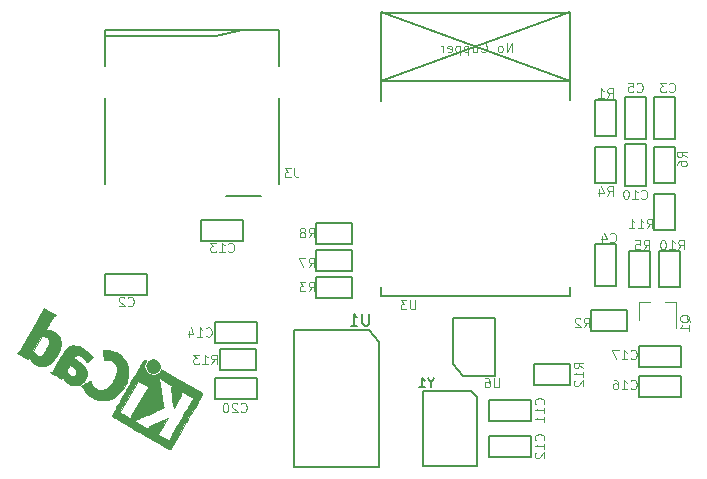
<source format=gbr>
G04 #@! TF.FileFunction,Legend,Bot*
%FSLAX46Y46*%
G04 Gerber Fmt 4.6, Leading zero omitted, Abs format (unit mm)*
G04 Created by KiCad (PCBNEW 4.0.6) date Sun Aug 12 18:17:32 2018*
%MOMM*%
%LPD*%
G01*
G04 APERTURE LIST*
%ADD10C,0.100000*%
%ADD11C,0.150000*%
%ADD12C,0.152400*%
%ADD13C,0.120000*%
%ADD14C,0.010000*%
G04 APERTURE END LIST*
D10*
D11*
X8650000Y34850000D02*
X8650000Y37900000D01*
X8650000Y24850000D02*
X8650000Y32150000D01*
X21800000Y23900000D02*
X18850000Y23900000D01*
X23350000Y32150000D02*
X23350000Y24850000D01*
X23350000Y37900000D02*
X23350000Y34850000D01*
X18000000Y37400000D02*
X20250000Y37900000D01*
X8650000Y37400000D02*
X18000000Y37400000D01*
X23350000Y37900000D02*
X8650000Y37900000D01*
D12*
X48016000Y39382000D02*
X32014000Y39382000D01*
X32014000Y39382000D02*
X32014000Y31889000D01*
X48016000Y39382000D02*
X48016000Y32016000D01*
X48016000Y16141000D02*
X48016000Y15379000D01*
X48016000Y15379000D02*
X32014000Y15379000D01*
X32014000Y15379000D02*
X32014000Y16141000D01*
X32008000Y39400000D02*
X48008000Y33600000D01*
X48008000Y39400000D02*
X32008000Y33600000D01*
X48008000Y33600000D02*
X32008000Y33600000D01*
D11*
X38914000Y8608000D02*
X41664000Y8608000D01*
X41664000Y8608000D02*
X41664000Y13508000D01*
X41664000Y13508000D02*
X38064000Y13508000D01*
X38064000Y13508000D02*
X38064000Y9608000D01*
X38064000Y9608000D02*
X38914000Y8608000D01*
X12178000Y17289000D02*
X12178000Y15511000D01*
X12178000Y15511000D02*
X8622000Y15511000D01*
X8622000Y15511000D02*
X8622000Y17289000D01*
X8622000Y17289000D02*
X12178000Y17289000D01*
X55111000Y32278000D02*
X56889000Y32278000D01*
X56889000Y32278000D02*
X56889000Y28722000D01*
X56889000Y28722000D02*
X55111000Y28722000D01*
X55111000Y28722000D02*
X55111000Y32278000D01*
X50111000Y19778000D02*
X51889000Y19778000D01*
X51889000Y19778000D02*
X51889000Y16222000D01*
X51889000Y16222000D02*
X50111000Y16222000D01*
X50111000Y16222000D02*
X50111000Y19778000D01*
X52611000Y32278000D02*
X54389000Y32278000D01*
X54389000Y32278000D02*
X54389000Y28722000D01*
X54389000Y28722000D02*
X52611000Y28722000D01*
X52611000Y28722000D02*
X52611000Y32278000D01*
X54389000Y24722000D02*
X52611000Y24722000D01*
X52611000Y24722000D02*
X52611000Y28278000D01*
X52611000Y28278000D02*
X54389000Y28278000D01*
X54389000Y28278000D02*
X54389000Y24722000D01*
X41134000Y4835000D02*
X41134000Y6613000D01*
X41134000Y6613000D02*
X44690000Y6613000D01*
X44690000Y6613000D02*
X44690000Y4835000D01*
X44690000Y4835000D02*
X41134000Y4835000D01*
X41134000Y1787000D02*
X41134000Y3565000D01*
X41134000Y3565000D02*
X44690000Y3565000D01*
X44690000Y3565000D02*
X44690000Y1787000D01*
X44690000Y1787000D02*
X41134000Y1787000D01*
X16750000Y20075000D02*
X16750000Y21853000D01*
X16750000Y21853000D02*
X20306000Y21853000D01*
X20306000Y21853000D02*
X20306000Y20075000D01*
X20306000Y20075000D02*
X16750000Y20075000D01*
X17922000Y11411000D02*
X17922000Y13189000D01*
X17922000Y13189000D02*
X21478000Y13189000D01*
X21478000Y13189000D02*
X21478000Y11411000D01*
X21478000Y11411000D02*
X17922000Y11411000D01*
X53834000Y6867000D02*
X53834000Y8645000D01*
X53834000Y8645000D02*
X57390000Y8645000D01*
X57390000Y8645000D02*
X57390000Y6867000D01*
X57390000Y6867000D02*
X53834000Y6867000D01*
X53834000Y9407000D02*
X53834000Y11185000D01*
X53834000Y11185000D02*
X57390000Y11185000D01*
X57390000Y11185000D02*
X57390000Y9407000D01*
X57390000Y9407000D02*
X53834000Y9407000D01*
X17922000Y6711000D02*
X17922000Y8489000D01*
X17922000Y8489000D02*
X21478000Y8489000D01*
X21478000Y8489000D02*
X21478000Y6711000D01*
X21478000Y6711000D02*
X17922000Y6711000D01*
D13*
X53820000Y14860000D02*
X54750000Y14860000D01*
X56980000Y14860000D02*
X56050000Y14860000D01*
X56980000Y14860000D02*
X56980000Y12700000D01*
X53820000Y14860000D02*
X53820000Y13400000D01*
D11*
X50111000Y28976000D02*
X50111000Y32024000D01*
X50111000Y32024000D02*
X51889000Y32024000D01*
X51889000Y32024000D02*
X51889000Y28976000D01*
X51889000Y28976000D02*
X50111000Y28976000D01*
X52818000Y12455000D02*
X49770000Y12455000D01*
X49770000Y12455000D02*
X49770000Y14233000D01*
X49770000Y14233000D02*
X52818000Y14233000D01*
X52818000Y14233000D02*
X52818000Y12455000D01*
X26476000Y17027000D02*
X29524000Y17027000D01*
X29524000Y17027000D02*
X29524000Y15249000D01*
X29524000Y15249000D02*
X26476000Y15249000D01*
X26476000Y15249000D02*
X26476000Y17027000D01*
X50111000Y24976000D02*
X50111000Y28024000D01*
X50111000Y28024000D02*
X51889000Y28024000D01*
X51889000Y28024000D02*
X51889000Y24976000D01*
X51889000Y24976000D02*
X50111000Y24976000D01*
X52945000Y16138000D02*
X52945000Y19186000D01*
X52945000Y19186000D02*
X54723000Y19186000D01*
X54723000Y19186000D02*
X54723000Y16138000D01*
X54723000Y16138000D02*
X52945000Y16138000D01*
X55111000Y24976000D02*
X55111000Y28024000D01*
X55111000Y28024000D02*
X56889000Y28024000D01*
X56889000Y28024000D02*
X56889000Y24976000D01*
X56889000Y24976000D02*
X55111000Y24976000D01*
X26476000Y19313000D02*
X29524000Y19313000D01*
X29524000Y19313000D02*
X29524000Y17535000D01*
X29524000Y17535000D02*
X26476000Y17535000D01*
X26476000Y17535000D02*
X26476000Y19313000D01*
X26476000Y21599000D02*
X29524000Y21599000D01*
X29524000Y21599000D02*
X29524000Y19821000D01*
X29524000Y19821000D02*
X26476000Y19821000D01*
X26476000Y19821000D02*
X26476000Y21599000D01*
X57263000Y19186000D02*
X57263000Y16138000D01*
X57263000Y16138000D02*
X55485000Y16138000D01*
X55485000Y16138000D02*
X55485000Y19186000D01*
X55485000Y19186000D02*
X57263000Y19186000D01*
X55111000Y20976000D02*
X55111000Y24024000D01*
X55111000Y24024000D02*
X56889000Y24024000D01*
X56889000Y24024000D02*
X56889000Y20976000D01*
X56889000Y20976000D02*
X55111000Y20976000D01*
X44944000Y9661000D02*
X47992000Y9661000D01*
X47992000Y9661000D02*
X47992000Y7883000D01*
X47992000Y7883000D02*
X44944000Y7883000D01*
X44944000Y7883000D02*
X44944000Y9661000D01*
X18376000Y10889000D02*
X21424000Y10889000D01*
X21424000Y10889000D02*
X21424000Y9111000D01*
X21424000Y9111000D02*
X18376000Y9111000D01*
X18376000Y9111000D02*
X18376000Y10889000D01*
X30930000Y12540000D02*
X24580000Y12540000D01*
X24580000Y12540000D02*
X24580000Y940000D01*
X24580000Y940000D02*
X31780000Y940000D01*
X31780000Y940000D02*
X31780000Y11540000D01*
X31780000Y11540000D02*
X30930000Y12540000D01*
X40118000Y6867000D02*
X40118000Y6486000D01*
X39610000Y7375000D02*
X39356000Y7375000D01*
X40118000Y6867000D02*
X39610000Y7375000D01*
X35546000Y7375000D02*
X39356000Y7375000D01*
X40118000Y6486000D02*
X40118000Y5343000D01*
X40118000Y5343000D02*
X40118000Y1025000D01*
X40118000Y1025000D02*
X35546000Y1025000D01*
X35546000Y1025000D02*
X35546000Y7375000D01*
D14*
G36*
X15420980Y8009978D02*
X15191879Y8142208D01*
X15085241Y8203770D01*
X13378392Y9189219D01*
X13320302Y9088605D01*
X13238873Y8972365D01*
X13141265Y8878154D01*
X13026801Y8805470D01*
X12894803Y8753808D01*
X12853922Y8742875D01*
X12718240Y8723249D01*
X12584471Y8729036D01*
X12455653Y8758447D01*
X12334827Y8809696D01*
X12225034Y8880992D01*
X12129312Y8970551D01*
X12050703Y9076583D01*
X11992248Y9197301D01*
X11971802Y9261576D01*
X11947066Y9404503D01*
X11949340Y9544661D01*
X11978433Y9680539D01*
X12034160Y9810626D01*
X12040880Y9822710D01*
X12100184Y9927189D01*
X12054458Y9953591D01*
X12010716Y9971505D01*
X11965928Y9979504D01*
X11962680Y9979534D01*
X11951803Y9980023D01*
X11942166Y9981079D01*
X11933170Y9981730D01*
X11924219Y9981010D01*
X11914717Y9977949D01*
X11904068Y9971577D01*
X11891675Y9960925D01*
X11876940Y9945026D01*
X11859268Y9922908D01*
X11838063Y9893605D01*
X11812728Y9856146D01*
X11782666Y9809563D01*
X11747280Y9752885D01*
X11705976Y9685146D01*
X11658155Y9605375D01*
X11603221Y9512603D01*
X11540578Y9405862D01*
X11469629Y9284183D01*
X11389778Y9146596D01*
X11300430Y8992131D01*
X11200985Y8819821D01*
X11090849Y8628696D01*
X10969424Y8417788D01*
X10836115Y8186127D01*
X10690325Y7932744D01*
X10531457Y7656671D01*
X10512099Y7623037D01*
X10352175Y7345228D01*
X10205359Y7090245D01*
X10071114Y6857086D01*
X9948903Y6644748D01*
X9838188Y6452227D01*
X9738435Y6278521D01*
X9649106Y6122628D01*
X9569663Y5983545D01*
X9499570Y5860268D01*
X9438290Y5751794D01*
X9385286Y5657121D01*
X9340022Y5575247D01*
X9301960Y5505167D01*
X9270564Y5445879D01*
X9245297Y5396380D01*
X9225623Y5355668D01*
X9211003Y5322739D01*
X9200901Y5296591D01*
X9194780Y5276220D01*
X9192104Y5260624D01*
X9192337Y5248801D01*
X9194940Y5239746D01*
X9199378Y5232458D01*
X9205113Y5225934D01*
X9211607Y5219169D01*
X9218326Y5211162D01*
X9219860Y5209020D01*
X9225167Y5203131D01*
X9234974Y5194876D01*
X9250230Y5183694D01*
X9271886Y5169027D01*
X9300893Y5150318D01*
X9338200Y5127010D01*
X9384758Y5098543D01*
X9441517Y5064361D01*
X9509428Y5023904D01*
X9589441Y4976616D01*
X9682507Y4921938D01*
X9789576Y4859313D01*
X9911598Y4788181D01*
X10049524Y4707987D01*
X10204303Y4618170D01*
X10376888Y4518175D01*
X10568228Y4407442D01*
X10779272Y4285414D01*
X11010972Y4151532D01*
X11264279Y4005240D01*
X11540142Y3845978D01*
X11629506Y3794395D01*
X11911511Y3631639D01*
X12170719Y3482084D01*
X12408098Y3345181D01*
X12624620Y3220377D01*
X12821253Y3107125D01*
X12998970Y3004873D01*
X13158739Y2913072D01*
X13301531Y2831171D01*
X13428317Y2758620D01*
X13540065Y2694870D01*
X13637747Y2639371D01*
X13722332Y2591571D01*
X13794791Y2550922D01*
X13856094Y2516873D01*
X13907210Y2488873D01*
X13949111Y2466374D01*
X13982766Y2448825D01*
X14009146Y2435676D01*
X14029221Y2426376D01*
X14043961Y2420376D01*
X14054336Y2417126D01*
X14060431Y2416115D01*
X14071501Y2414729D01*
X14081273Y2412779D01*
X14090346Y2411229D01*
X14099320Y2411044D01*
X14108791Y2413190D01*
X14119359Y2418632D01*
X14131622Y2428336D01*
X14146180Y2443266D01*
X14163630Y2464389D01*
X14184571Y2492670D01*
X14209602Y2529073D01*
X14239321Y2574566D01*
X14274327Y2630111D01*
X14315219Y2696676D01*
X14362596Y2775225D01*
X14417055Y2866724D01*
X14437809Y2901931D01*
X14120470Y3085147D01*
X12998837Y3732722D01*
X13039298Y3752959D01*
X13080168Y3774165D01*
X13116823Y3795666D01*
X13150814Y3819551D01*
X13183694Y3847911D01*
X13217013Y3882835D01*
X13252324Y3926415D01*
X13291175Y3980738D01*
X13335121Y4047895D01*
X13385713Y4129977D01*
X13444500Y4229073D01*
X13513036Y4347273D01*
X13592871Y4486668D01*
X13622416Y4538474D01*
X13938997Y5093943D01*
X13312529Y4818923D01*
X13134944Y4740826D01*
X12980746Y4672568D01*
X12848100Y4613125D01*
X12735177Y4561472D01*
X12640144Y4516582D01*
X12561168Y4477427D01*
X12496418Y4442984D01*
X12444063Y4412225D01*
X12402271Y4384124D01*
X12369209Y4357656D01*
X12343046Y4331793D01*
X12321949Y4305510D01*
X12304086Y4277781D01*
X12287628Y4247581D01*
X12285654Y4243730D01*
X12246510Y4167011D01*
X11017335Y4876743D01*
X11161989Y4916145D01*
X11201357Y4927037D01*
X11239058Y4937983D01*
X11276907Y4949741D01*
X11316719Y4963069D01*
X11360308Y4978723D01*
X11409486Y4997459D01*
X11466069Y5020035D01*
X11531870Y5047207D01*
X11608704Y5079732D01*
X11698386Y5118366D01*
X11802728Y5163868D01*
X11923545Y5216991D01*
X12062653Y5278494D01*
X12221863Y5349135D01*
X12402991Y5429669D01*
X12551504Y5495767D01*
X12737976Y5578866D01*
X12900811Y5651643D01*
X13041514Y5714812D01*
X13161594Y5769086D01*
X13262554Y5815179D01*
X13345904Y5853804D01*
X13413148Y5885677D01*
X13465793Y5911509D01*
X13505348Y5932015D01*
X13533317Y5947909D01*
X13551206Y5959904D01*
X13560525Y5968714D01*
X13562801Y5974861D01*
X13559839Y5996425D01*
X13553044Y6042371D01*
X13542844Y6109957D01*
X13529664Y6196438D01*
X13513931Y6299070D01*
X13496072Y6415109D01*
X13476513Y6541812D01*
X13455679Y6676432D01*
X13433998Y6816229D01*
X13411896Y6958456D01*
X13399721Y7036652D01*
X12332283Y7652937D01*
X12241582Y7598292D01*
X12150880Y7543646D01*
X10805366Y5213148D01*
X10803392Y5107275D01*
X10801418Y5001402D01*
X10276627Y5304391D01*
X10151367Y5376758D01*
X10047981Y5436668D01*
X9964537Y5485344D01*
X9899105Y5524012D01*
X9849752Y5553899D01*
X9814545Y5576231D01*
X9791553Y5592232D01*
X9778844Y5603128D01*
X9774487Y5610146D01*
X9776548Y5614511D01*
X9783097Y5617448D01*
X9783159Y5617468D01*
X9810672Y5630499D01*
X9850883Y5654300D01*
X9888739Y5679379D01*
X9962995Y5731199D01*
X11394237Y8194518D01*
X12332283Y7652937D01*
X13399721Y7036652D01*
X13389799Y7100369D01*
X13368133Y7239225D01*
X13347326Y7372281D01*
X13327803Y7496791D01*
X13309990Y7610010D01*
X13294315Y7709198D01*
X13281203Y7791607D01*
X13271081Y7854496D01*
X13265030Y7891248D01*
X13239461Y8030382D01*
X13211651Y8158673D01*
X13182686Y8271818D01*
X13153652Y8365516D01*
X13129830Y8426438D01*
X13099244Y8494285D01*
X14302492Y7799589D01*
X14261389Y7729177D01*
X14234781Y7675325D01*
X14219639Y7619900D01*
X14212871Y7562981D01*
X14210712Y7529863D01*
X14209646Y7496428D01*
X14209945Y7460261D01*
X14211875Y7418943D01*
X14215711Y7370059D01*
X14221722Y7311190D01*
X14230179Y7239922D01*
X14241353Y7153836D01*
X14255515Y7050517D01*
X14272934Y6927548D01*
X14293883Y6782512D01*
X14318631Y6612991D01*
X14321433Y6593857D01*
X14419311Y5925872D01*
X14716066Y6431761D01*
X14804609Y6583488D01*
X14878818Y6712370D01*
X14938932Y6818833D01*
X14985187Y6903309D01*
X15017823Y6966227D01*
X15037077Y7008012D01*
X15040194Y7016246D01*
X15066699Y7106649D01*
X15082720Y7192694D01*
X15087093Y7266789D01*
X15083859Y7301153D01*
X15074488Y7353877D01*
X15641035Y7026781D01*
X15776115Y6948638D01*
X15888913Y6883013D01*
X15981049Y6828911D01*
X16054143Y6785339D01*
X16109820Y6751299D01*
X16149699Y6725799D01*
X16175401Y6707845D01*
X16188549Y6696440D01*
X16190763Y6690590D01*
X16190034Y6689998D01*
X16167558Y6678804D01*
X16130916Y6661645D01*
X16112152Y6653101D01*
X16093053Y6644790D01*
X16075925Y6637387D01*
X16059969Y6629650D01*
X16044389Y6620337D01*
X16028386Y6608208D01*
X16011163Y6592020D01*
X15991923Y6570534D01*
X15969867Y6542507D01*
X15944199Y6506698D01*
X15914121Y6461867D01*
X15878834Y6406771D01*
X15837543Y6340170D01*
X15789448Y6260823D01*
X15733753Y6167487D01*
X15669660Y6058922D01*
X15596370Y5933886D01*
X15513088Y5791139D01*
X15419015Y5629439D01*
X15313353Y5447545D01*
X15195306Y5244214D01*
X15086850Y5057424D01*
X14966020Y4849140D01*
X14850926Y4650310D01*
X14742293Y4462207D01*
X14640850Y4286106D01*
X14547326Y4123279D01*
X14462449Y3975003D01*
X14386946Y3842552D01*
X14321543Y3727199D01*
X14266970Y3630220D01*
X14223954Y3552887D01*
X14193223Y3496476D01*
X14175504Y3462262D01*
X14173759Y3458572D01*
X14137620Y3371686D01*
X14116569Y3297304D01*
X14108874Y3226225D01*
X14112800Y3149250D01*
X14113808Y3140517D01*
X14120470Y3085147D01*
X14437809Y2901931D01*
X14479196Y2972138D01*
X14549617Y3092432D01*
X14628916Y3228573D01*
X14717693Y3381525D01*
X14816546Y3552252D01*
X14926072Y3741724D01*
X15046873Y3950901D01*
X15179544Y4180751D01*
X15324687Y4432239D01*
X15482899Y4706330D01*
X15514311Y4760740D01*
X15674201Y5037711D01*
X15820887Y5291899D01*
X15954927Y5524284D01*
X16076877Y5735845D01*
X16187293Y5927563D01*
X16286731Y6100420D01*
X16375745Y6255395D01*
X16454893Y6393468D01*
X16524730Y6515620D01*
X16585812Y6622833D01*
X16638696Y6716084D01*
X16683937Y6796356D01*
X16722091Y6864629D01*
X16753715Y6921882D01*
X16779363Y6969096D01*
X16799591Y7007253D01*
X16814957Y7037331D01*
X16826016Y7060313D01*
X16833323Y7077177D01*
X16837436Y7088905D01*
X16838908Y7096476D01*
X16838919Y7096680D01*
X16840011Y7108914D01*
X16841325Y7119803D01*
X16841742Y7130053D01*
X16840142Y7140368D01*
X16835409Y7151457D01*
X16826424Y7164022D01*
X16812069Y7178774D01*
X16791225Y7196415D01*
X16762774Y7217653D01*
X16725598Y7243192D01*
X16678578Y7273740D01*
X16620597Y7310003D01*
X16550536Y7352684D01*
X16467277Y7402493D01*
X16369701Y7460133D01*
X16256691Y7526311D01*
X16127127Y7601733D01*
X15979894Y7687104D01*
X15813869Y7783132D01*
X15627938Y7890521D01*
X15420980Y8009978D01*
X15420980Y8009978D01*
G37*
X15420980Y8009978D02*
X15191879Y8142208D01*
X15085241Y8203770D01*
X13378392Y9189219D01*
X13320302Y9088605D01*
X13238873Y8972365D01*
X13141265Y8878154D01*
X13026801Y8805470D01*
X12894803Y8753808D01*
X12853922Y8742875D01*
X12718240Y8723249D01*
X12584471Y8729036D01*
X12455653Y8758447D01*
X12334827Y8809696D01*
X12225034Y8880992D01*
X12129312Y8970551D01*
X12050703Y9076583D01*
X11992248Y9197301D01*
X11971802Y9261576D01*
X11947066Y9404503D01*
X11949340Y9544661D01*
X11978433Y9680539D01*
X12034160Y9810626D01*
X12040880Y9822710D01*
X12100184Y9927189D01*
X12054458Y9953591D01*
X12010716Y9971505D01*
X11965928Y9979504D01*
X11962680Y9979534D01*
X11951803Y9980023D01*
X11942166Y9981079D01*
X11933170Y9981730D01*
X11924219Y9981010D01*
X11914717Y9977949D01*
X11904068Y9971577D01*
X11891675Y9960925D01*
X11876940Y9945026D01*
X11859268Y9922908D01*
X11838063Y9893605D01*
X11812728Y9856146D01*
X11782666Y9809563D01*
X11747280Y9752885D01*
X11705976Y9685146D01*
X11658155Y9605375D01*
X11603221Y9512603D01*
X11540578Y9405862D01*
X11469629Y9284183D01*
X11389778Y9146596D01*
X11300430Y8992131D01*
X11200985Y8819821D01*
X11090849Y8628696D01*
X10969424Y8417788D01*
X10836115Y8186127D01*
X10690325Y7932744D01*
X10531457Y7656671D01*
X10512099Y7623037D01*
X10352175Y7345228D01*
X10205359Y7090245D01*
X10071114Y6857086D01*
X9948903Y6644748D01*
X9838188Y6452227D01*
X9738435Y6278521D01*
X9649106Y6122628D01*
X9569663Y5983545D01*
X9499570Y5860268D01*
X9438290Y5751794D01*
X9385286Y5657121D01*
X9340022Y5575247D01*
X9301960Y5505167D01*
X9270564Y5445879D01*
X9245297Y5396380D01*
X9225623Y5355668D01*
X9211003Y5322739D01*
X9200901Y5296591D01*
X9194780Y5276220D01*
X9192104Y5260624D01*
X9192337Y5248801D01*
X9194940Y5239746D01*
X9199378Y5232458D01*
X9205113Y5225934D01*
X9211607Y5219169D01*
X9218326Y5211162D01*
X9219860Y5209020D01*
X9225167Y5203131D01*
X9234974Y5194876D01*
X9250230Y5183694D01*
X9271886Y5169027D01*
X9300893Y5150318D01*
X9338200Y5127010D01*
X9384758Y5098543D01*
X9441517Y5064361D01*
X9509428Y5023904D01*
X9589441Y4976616D01*
X9682507Y4921938D01*
X9789576Y4859313D01*
X9911598Y4788181D01*
X10049524Y4707987D01*
X10204303Y4618170D01*
X10376888Y4518175D01*
X10568228Y4407442D01*
X10779272Y4285414D01*
X11010972Y4151532D01*
X11264279Y4005240D01*
X11540142Y3845978D01*
X11629506Y3794395D01*
X11911511Y3631639D01*
X12170719Y3482084D01*
X12408098Y3345181D01*
X12624620Y3220377D01*
X12821253Y3107125D01*
X12998970Y3004873D01*
X13158739Y2913072D01*
X13301531Y2831171D01*
X13428317Y2758620D01*
X13540065Y2694870D01*
X13637747Y2639371D01*
X13722332Y2591571D01*
X13794791Y2550922D01*
X13856094Y2516873D01*
X13907210Y2488873D01*
X13949111Y2466374D01*
X13982766Y2448825D01*
X14009146Y2435676D01*
X14029221Y2426376D01*
X14043961Y2420376D01*
X14054336Y2417126D01*
X14060431Y2416115D01*
X14071501Y2414729D01*
X14081273Y2412779D01*
X14090346Y2411229D01*
X14099320Y2411044D01*
X14108791Y2413190D01*
X14119359Y2418632D01*
X14131622Y2428336D01*
X14146180Y2443266D01*
X14163630Y2464389D01*
X14184571Y2492670D01*
X14209602Y2529073D01*
X14239321Y2574566D01*
X14274327Y2630111D01*
X14315219Y2696676D01*
X14362596Y2775225D01*
X14417055Y2866724D01*
X14437809Y2901931D01*
X14120470Y3085147D01*
X12998837Y3732722D01*
X13039298Y3752959D01*
X13080168Y3774165D01*
X13116823Y3795666D01*
X13150814Y3819551D01*
X13183694Y3847911D01*
X13217013Y3882835D01*
X13252324Y3926415D01*
X13291175Y3980738D01*
X13335121Y4047895D01*
X13385713Y4129977D01*
X13444500Y4229073D01*
X13513036Y4347273D01*
X13592871Y4486668D01*
X13622416Y4538474D01*
X13938997Y5093943D01*
X13312529Y4818923D01*
X13134944Y4740826D01*
X12980746Y4672568D01*
X12848100Y4613125D01*
X12735177Y4561472D01*
X12640144Y4516582D01*
X12561168Y4477427D01*
X12496418Y4442984D01*
X12444063Y4412225D01*
X12402271Y4384124D01*
X12369209Y4357656D01*
X12343046Y4331793D01*
X12321949Y4305510D01*
X12304086Y4277781D01*
X12287628Y4247581D01*
X12285654Y4243730D01*
X12246510Y4167011D01*
X11017335Y4876743D01*
X11161989Y4916145D01*
X11201357Y4927037D01*
X11239058Y4937983D01*
X11276907Y4949741D01*
X11316719Y4963069D01*
X11360308Y4978723D01*
X11409486Y4997459D01*
X11466069Y5020035D01*
X11531870Y5047207D01*
X11608704Y5079732D01*
X11698386Y5118366D01*
X11802728Y5163868D01*
X11923545Y5216991D01*
X12062653Y5278494D01*
X12221863Y5349135D01*
X12402991Y5429669D01*
X12551504Y5495767D01*
X12737976Y5578866D01*
X12900811Y5651643D01*
X13041514Y5714812D01*
X13161594Y5769086D01*
X13262554Y5815179D01*
X13345904Y5853804D01*
X13413148Y5885677D01*
X13465793Y5911509D01*
X13505348Y5932015D01*
X13533317Y5947909D01*
X13551206Y5959904D01*
X13560525Y5968714D01*
X13562801Y5974861D01*
X13559839Y5996425D01*
X13553044Y6042371D01*
X13542844Y6109957D01*
X13529664Y6196438D01*
X13513931Y6299070D01*
X13496072Y6415109D01*
X13476513Y6541812D01*
X13455679Y6676432D01*
X13433998Y6816229D01*
X13411896Y6958456D01*
X13399721Y7036652D01*
X12332283Y7652937D01*
X12241582Y7598292D01*
X12150880Y7543646D01*
X10805366Y5213148D01*
X10803392Y5107275D01*
X10801418Y5001402D01*
X10276627Y5304391D01*
X10151367Y5376758D01*
X10047981Y5436668D01*
X9964537Y5485344D01*
X9899105Y5524012D01*
X9849752Y5553899D01*
X9814545Y5576231D01*
X9791553Y5592232D01*
X9778844Y5603128D01*
X9774487Y5610146D01*
X9776548Y5614511D01*
X9783097Y5617448D01*
X9783159Y5617468D01*
X9810672Y5630499D01*
X9850883Y5654300D01*
X9888739Y5679379D01*
X9962995Y5731199D01*
X11394237Y8194518D01*
X12332283Y7652937D01*
X13399721Y7036652D01*
X13389799Y7100369D01*
X13368133Y7239225D01*
X13347326Y7372281D01*
X13327803Y7496791D01*
X13309990Y7610010D01*
X13294315Y7709198D01*
X13281203Y7791607D01*
X13271081Y7854496D01*
X13265030Y7891248D01*
X13239461Y8030382D01*
X13211651Y8158673D01*
X13182686Y8271818D01*
X13153652Y8365516D01*
X13129830Y8426438D01*
X13099244Y8494285D01*
X14302492Y7799589D01*
X14261389Y7729177D01*
X14234781Y7675325D01*
X14219639Y7619900D01*
X14212871Y7562981D01*
X14210712Y7529863D01*
X14209646Y7496428D01*
X14209945Y7460261D01*
X14211875Y7418943D01*
X14215711Y7370059D01*
X14221722Y7311190D01*
X14230179Y7239922D01*
X14241353Y7153836D01*
X14255515Y7050517D01*
X14272934Y6927548D01*
X14293883Y6782512D01*
X14318631Y6612991D01*
X14321433Y6593857D01*
X14419311Y5925872D01*
X14716066Y6431761D01*
X14804609Y6583488D01*
X14878818Y6712370D01*
X14938932Y6818833D01*
X14985187Y6903309D01*
X15017823Y6966227D01*
X15037077Y7008012D01*
X15040194Y7016246D01*
X15066699Y7106649D01*
X15082720Y7192694D01*
X15087093Y7266789D01*
X15083859Y7301153D01*
X15074488Y7353877D01*
X15641035Y7026781D01*
X15776115Y6948638D01*
X15888913Y6883013D01*
X15981049Y6828911D01*
X16054143Y6785339D01*
X16109820Y6751299D01*
X16149699Y6725799D01*
X16175401Y6707845D01*
X16188549Y6696440D01*
X16190763Y6690590D01*
X16190034Y6689998D01*
X16167558Y6678804D01*
X16130916Y6661645D01*
X16112152Y6653101D01*
X16093053Y6644790D01*
X16075925Y6637387D01*
X16059969Y6629650D01*
X16044389Y6620337D01*
X16028386Y6608208D01*
X16011163Y6592020D01*
X15991923Y6570534D01*
X15969867Y6542507D01*
X15944199Y6506698D01*
X15914121Y6461867D01*
X15878834Y6406771D01*
X15837543Y6340170D01*
X15789448Y6260823D01*
X15733753Y6167487D01*
X15669660Y6058922D01*
X15596370Y5933886D01*
X15513088Y5791139D01*
X15419015Y5629439D01*
X15313353Y5447545D01*
X15195306Y5244214D01*
X15086850Y5057424D01*
X14966020Y4849140D01*
X14850926Y4650310D01*
X14742293Y4462207D01*
X14640850Y4286106D01*
X14547326Y4123279D01*
X14462449Y3975003D01*
X14386946Y3842552D01*
X14321543Y3727199D01*
X14266970Y3630220D01*
X14223954Y3552887D01*
X14193223Y3496476D01*
X14175504Y3462262D01*
X14173759Y3458572D01*
X14137620Y3371686D01*
X14116569Y3297304D01*
X14108874Y3226225D01*
X14112800Y3149250D01*
X14113808Y3140517D01*
X14120470Y3085147D01*
X14437809Y2901931D01*
X14479196Y2972138D01*
X14549617Y3092432D01*
X14628916Y3228573D01*
X14717693Y3381525D01*
X14816546Y3552252D01*
X14926072Y3741724D01*
X15046873Y3950901D01*
X15179544Y4180751D01*
X15324687Y4432239D01*
X15482899Y4706330D01*
X15514311Y4760740D01*
X15674201Y5037711D01*
X15820887Y5291899D01*
X15954927Y5524284D01*
X16076877Y5735845D01*
X16187293Y5927563D01*
X16286731Y6100420D01*
X16375745Y6255395D01*
X16454893Y6393468D01*
X16524730Y6515620D01*
X16585812Y6622833D01*
X16638696Y6716084D01*
X16683937Y6796356D01*
X16722091Y6864629D01*
X16753715Y6921882D01*
X16779363Y6969096D01*
X16799591Y7007253D01*
X16814957Y7037331D01*
X16826016Y7060313D01*
X16833323Y7077177D01*
X16837436Y7088905D01*
X16838908Y7096476D01*
X16838919Y7096680D01*
X16840011Y7108914D01*
X16841325Y7119803D01*
X16841742Y7130053D01*
X16840142Y7140368D01*
X16835409Y7151457D01*
X16826424Y7164022D01*
X16812069Y7178774D01*
X16791225Y7196415D01*
X16762774Y7217653D01*
X16725598Y7243192D01*
X16678578Y7273740D01*
X16620597Y7310003D01*
X16550536Y7352684D01*
X16467277Y7402493D01*
X16369701Y7460133D01*
X16256691Y7526311D01*
X16127127Y7601733D01*
X15979894Y7687104D01*
X15813869Y7783132D01*
X15627938Y7890521D01*
X15420980Y8009978D01*
G36*
X9538732Y10613036D02*
X9402411Y10673025D01*
X9263685Y10719620D01*
X9116744Y10754427D01*
X8955778Y10779053D01*
X8774977Y10795105D01*
X8741897Y10797094D01*
X8666227Y10802084D01*
X8595576Y10808029D01*
X8536867Y10814260D01*
X8497027Y10820105D01*
X8491113Y10821359D01*
X8435144Y10834612D01*
X8469337Y10400566D01*
X8477711Y10294473D01*
X8485395Y10197523D01*
X8492127Y10113010D01*
X8497642Y10044227D01*
X8501677Y9994467D01*
X8503968Y9967021D01*
X8504386Y9962644D01*
X8517108Y9963948D01*
X8550461Y9970695D01*
X8598450Y9981621D01*
X8625158Y9988038D01*
X8767791Y10009348D01*
X8911676Y10005047D01*
X9024956Y9982791D01*
X9087608Y9960169D01*
X9162283Y9925314D01*
X9240552Y9882936D01*
X9313986Y9837751D01*
X9374159Y9794472D01*
X9396813Y9774852D01*
X9488868Y9669009D01*
X9557540Y9548900D01*
X9602820Y9414682D01*
X9624692Y9266505D01*
X9623144Y9104527D01*
X9598164Y8928902D01*
X9549737Y8739784D01*
X9496352Y8584772D01*
X9467894Y8519165D01*
X9426817Y8436899D01*
X9376466Y8343661D01*
X9320184Y8245137D01*
X9261314Y8147010D01*
X9203204Y8054965D01*
X9149196Y7974688D01*
X9102634Y7911865D01*
X9094969Y7902449D01*
X8961608Y7756502D01*
X8825995Y7637481D01*
X8687444Y7544903D01*
X8545266Y7478279D01*
X8455237Y7449858D01*
X8308742Y7425278D01*
X8164884Y7427421D01*
X8025689Y7455557D01*
X7893183Y7508958D01*
X7769393Y7586893D01*
X7656346Y7688632D01*
X7595626Y7759376D01*
X7521160Y7873831D01*
X7456904Y8013440D01*
X7426064Y8100568D01*
X7409265Y8150389D01*
X7395164Y8187967D01*
X7386024Y8207428D01*
X7384315Y8208848D01*
X7371218Y8201916D01*
X7336960Y8183394D01*
X7284469Y8154877D01*
X7216672Y8117957D01*
X7136495Y8074229D01*
X7046868Y8025284D01*
X6996960Y7998006D01*
X6615698Y7789563D01*
X6790310Y7527758D01*
X6853609Y7433385D01*
X6905425Y7357868D01*
X6949153Y7296985D01*
X6988186Y7246511D01*
X7025920Y7202220D01*
X7065745Y7159892D01*
X7111056Y7115300D01*
X7155129Y7073669D01*
X7195107Y7038063D01*
X7238490Y7003551D01*
X7289802Y6966995D01*
X7353572Y6925256D01*
X7434322Y6875198D01*
X7489107Y6842083D01*
X7567755Y6795662D01*
X7643810Y6752263D01*
X7712190Y6714672D01*
X7767815Y6685678D01*
X7805603Y6668069D01*
X7807915Y6667153D01*
X8018000Y6599733D01*
X8228758Y6559756D01*
X8440103Y6547219D01*
X8651949Y6562117D01*
X8864214Y6604444D01*
X9076811Y6674197D01*
X9244493Y6748467D01*
X9441106Y6858885D01*
X9624057Y6989744D01*
X9794558Y7142240D01*
X9953817Y7317572D01*
X10103047Y7516935D01*
X10236653Y7729725D01*
X10351465Y7943902D01*
X10442674Y8150011D01*
X10511507Y8351710D01*
X10559192Y8552653D01*
X10586957Y8756497D01*
X10588767Y8778232D01*
X10592252Y8989157D01*
X10571027Y9204042D01*
X10526362Y9417960D01*
X10459530Y9625982D01*
X10371800Y9823179D01*
X10277473Y9985137D01*
X10171617Y10130446D01*
X10055410Y10258526D01*
X9924052Y10373809D01*
X9772738Y10480728D01*
X9678459Y10538044D01*
X9538732Y10613036D01*
X9538732Y10613036D01*
G37*
X9538732Y10613036D02*
X9402411Y10673025D01*
X9263685Y10719620D01*
X9116744Y10754427D01*
X8955778Y10779053D01*
X8774977Y10795105D01*
X8741897Y10797094D01*
X8666227Y10802084D01*
X8595576Y10808029D01*
X8536867Y10814260D01*
X8497027Y10820105D01*
X8491113Y10821359D01*
X8435144Y10834612D01*
X8469337Y10400566D01*
X8477711Y10294473D01*
X8485395Y10197523D01*
X8492127Y10113010D01*
X8497642Y10044227D01*
X8501677Y9994467D01*
X8503968Y9967021D01*
X8504386Y9962644D01*
X8517108Y9963948D01*
X8550461Y9970695D01*
X8598450Y9981621D01*
X8625158Y9988038D01*
X8767791Y10009348D01*
X8911676Y10005047D01*
X9024956Y9982791D01*
X9087608Y9960169D01*
X9162283Y9925314D01*
X9240552Y9882936D01*
X9313986Y9837751D01*
X9374159Y9794472D01*
X9396813Y9774852D01*
X9488868Y9669009D01*
X9557540Y9548900D01*
X9602820Y9414682D01*
X9624692Y9266505D01*
X9623144Y9104527D01*
X9598164Y8928902D01*
X9549737Y8739784D01*
X9496352Y8584772D01*
X9467894Y8519165D01*
X9426817Y8436899D01*
X9376466Y8343661D01*
X9320184Y8245137D01*
X9261314Y8147010D01*
X9203204Y8054965D01*
X9149196Y7974688D01*
X9102634Y7911865D01*
X9094969Y7902449D01*
X8961608Y7756502D01*
X8825995Y7637481D01*
X8687444Y7544903D01*
X8545266Y7478279D01*
X8455237Y7449858D01*
X8308742Y7425278D01*
X8164884Y7427421D01*
X8025689Y7455557D01*
X7893183Y7508958D01*
X7769393Y7586893D01*
X7656346Y7688632D01*
X7595626Y7759376D01*
X7521160Y7873831D01*
X7456904Y8013440D01*
X7426064Y8100568D01*
X7409265Y8150389D01*
X7395164Y8187967D01*
X7386024Y8207428D01*
X7384315Y8208848D01*
X7371218Y8201916D01*
X7336960Y8183394D01*
X7284469Y8154877D01*
X7216672Y8117957D01*
X7136495Y8074229D01*
X7046868Y8025284D01*
X6996960Y7998006D01*
X6615698Y7789563D01*
X6790310Y7527758D01*
X6853609Y7433385D01*
X6905425Y7357868D01*
X6949153Y7296985D01*
X6988186Y7246511D01*
X7025920Y7202220D01*
X7065745Y7159892D01*
X7111056Y7115300D01*
X7155129Y7073669D01*
X7195107Y7038063D01*
X7238490Y7003551D01*
X7289802Y6966995D01*
X7353572Y6925256D01*
X7434322Y6875198D01*
X7489107Y6842083D01*
X7567755Y6795662D01*
X7643810Y6752263D01*
X7712190Y6714672D01*
X7767815Y6685678D01*
X7805603Y6668069D01*
X7807915Y6667153D01*
X8018000Y6599733D01*
X8228758Y6559756D01*
X8440103Y6547219D01*
X8651949Y6562117D01*
X8864214Y6604444D01*
X9076811Y6674197D01*
X9244493Y6748467D01*
X9441106Y6858885D01*
X9624057Y6989744D01*
X9794558Y7142240D01*
X9953817Y7317572D01*
X10103047Y7516935D01*
X10236653Y7729725D01*
X10351465Y7943902D01*
X10442674Y8150011D01*
X10511507Y8351710D01*
X10559192Y8552653D01*
X10586957Y8756497D01*
X10588767Y8778232D01*
X10592252Y8989157D01*
X10571027Y9204042D01*
X10526362Y9417960D01*
X10459530Y9625982D01*
X10371800Y9823179D01*
X10277473Y9985137D01*
X10171617Y10130446D01*
X10055410Y10258526D01*
X9924052Y10373809D01*
X9772738Y10480728D01*
X9678459Y10538044D01*
X9538732Y10613036D01*
G36*
X6624746Y11020949D02*
X6563259Y11050503D01*
X6381755Y11125393D01*
X6211831Y11175807D01*
X6052473Y11201674D01*
X5902672Y11202920D01*
X5761415Y11179474D01*
X5627692Y11131262D01*
X5500491Y11058213D01*
X5385292Y10966220D01*
X5351580Y10935125D01*
X5320785Y10905558D01*
X5291684Y10875677D01*
X5263051Y10843640D01*
X5233662Y10807606D01*
X5202290Y10765733D01*
X5167710Y10716179D01*
X5128700Y10657103D01*
X5084031Y10586663D01*
X5032480Y10503016D01*
X4972822Y10404323D01*
X4903830Y10288739D01*
X4824281Y10154425D01*
X4732950Y9999538D01*
X4661436Y9878035D01*
X4170582Y9043742D01*
X4079420Y8988817D01*
X4035868Y8962144D01*
X4002727Y8941030D01*
X3985955Y8929290D01*
X3985060Y8928355D01*
X3995798Y8920495D01*
X4027774Y8900504D01*
X4078406Y8869915D01*
X4145113Y8830261D01*
X4225315Y8783076D01*
X4316432Y8729891D01*
X4415882Y8672242D01*
X4427750Y8665387D01*
X4873636Y8407955D01*
X4931988Y8509022D01*
X4959118Y8554258D01*
X4981314Y8588016D01*
X4995047Y8605060D01*
X4997338Y8606048D01*
X5004947Y8591973D01*
X5018232Y8558889D01*
X5034347Y8513894D01*
X5034698Y8512866D01*
X5067546Y8436713D01*
X5115438Y8351637D01*
X5172596Y8266616D01*
X5233243Y8190628D01*
X5261695Y8160200D01*
X5322681Y8107206D01*
X5402048Y8050035D01*
X5492152Y7993261D01*
X5585348Y7941463D01*
X5673990Y7899215D01*
X5738879Y7874599D01*
X5909032Y7833326D01*
X6075162Y7818594D01*
X6235980Y7830141D01*
X6390198Y7867702D01*
X6536528Y7931015D01*
X6673681Y8019817D01*
X6745607Y8080224D01*
X6805922Y8144476D01*
X6868965Y8227016D01*
X6929656Y8319804D01*
X6937536Y8333855D01*
X6133367Y8798142D01*
X6085569Y8730754D01*
X6029183Y8684371D01*
X5956431Y8653139D01*
X5931370Y8646134D01*
X5850196Y8634943D01*
X5769326Y8644440D01*
X5683937Y8675735D01*
X5601654Y8721916D01*
X5527944Y8773225D01*
X5476020Y8820324D01*
X5455818Y8844846D01*
X5424545Y8897946D01*
X5396673Y8963324D01*
X5375724Y9030734D01*
X5365220Y9089933D01*
X5364761Y9109689D01*
X5369663Y9134155D01*
X5383551Y9169569D01*
X5407995Y9219177D01*
X5444561Y9286221D01*
X5480559Y9349337D01*
X5523138Y9422569D01*
X5554672Y9475091D01*
X5577509Y9510162D01*
X5593998Y9531043D01*
X5606488Y9540995D01*
X5617328Y9543277D01*
X5620127Y9543022D01*
X5641138Y9535080D01*
X5680484Y9515790D01*
X5732919Y9487871D01*
X5793196Y9454044D01*
X5806193Y9446542D01*
X5885462Y9399072D01*
X5945081Y9359588D01*
X5990247Y9324394D01*
X6025052Y9290983D01*
X6103714Y9194824D01*
X6155618Y9102472D01*
X6181013Y9012782D01*
X6180154Y8924613D01*
X6153290Y8836821D01*
X6133367Y8798142D01*
X6937536Y8333855D01*
X6982919Y8414801D01*
X7023674Y8503966D01*
X7037115Y8541737D01*
X7070253Y8691658D01*
X7076685Y8843489D01*
X7056916Y8995447D01*
X7011448Y9145751D01*
X6940786Y9292617D01*
X6845434Y9434262D01*
X6755257Y9538909D01*
X6691733Y9603210D01*
X6628825Y9660996D01*
X6562160Y9715488D01*
X6487361Y9769912D01*
X6400056Y9827488D01*
X6295867Y9891441D01*
X6200646Y9947487D01*
X5917366Y10112075D01*
X5972041Y10194223D01*
X6040901Y10277849D01*
X6119655Y10338431D01*
X6205759Y10374793D01*
X6296668Y10385753D01*
X6365929Y10376725D01*
X6454409Y10345153D01*
X6550896Y10292249D01*
X6651369Y10221364D01*
X6751813Y10135854D01*
X6848208Y10039070D01*
X6936533Y9934367D01*
X6996351Y9850710D01*
X7024442Y9809267D01*
X7046571Y9778875D01*
X7058729Y9764982D01*
X7059645Y9764673D01*
X7071534Y9773206D01*
X7102247Y9796285D01*
X7148862Y9831688D01*
X7208459Y9877191D01*
X7278119Y9930568D01*
X7349092Y9985111D01*
X7633133Y10203689D01*
X7556911Y10266137D01*
X7524420Y10294148D01*
X7476282Y10337481D01*
X7416588Y10392363D01*
X7349425Y10455022D01*
X7278885Y10521688D01*
X7250887Y10548394D01*
X7128881Y10662400D01*
X7019690Y10758103D01*
X6919000Y10838656D01*
X6822492Y10907213D01*
X6725846Y10966926D01*
X6624746Y11020949D01*
X6624746Y11020949D01*
G37*
X6624746Y11020949D02*
X6563259Y11050503D01*
X6381755Y11125393D01*
X6211831Y11175807D01*
X6052473Y11201674D01*
X5902672Y11202920D01*
X5761415Y11179474D01*
X5627692Y11131262D01*
X5500491Y11058213D01*
X5385292Y10966220D01*
X5351580Y10935125D01*
X5320785Y10905558D01*
X5291684Y10875677D01*
X5263051Y10843640D01*
X5233662Y10807606D01*
X5202290Y10765733D01*
X5167710Y10716179D01*
X5128700Y10657103D01*
X5084031Y10586663D01*
X5032480Y10503016D01*
X4972822Y10404323D01*
X4903830Y10288739D01*
X4824281Y10154425D01*
X4732950Y9999538D01*
X4661436Y9878035D01*
X4170582Y9043742D01*
X4079420Y8988817D01*
X4035868Y8962144D01*
X4002727Y8941030D01*
X3985955Y8929290D01*
X3985060Y8928355D01*
X3995798Y8920495D01*
X4027774Y8900504D01*
X4078406Y8869915D01*
X4145113Y8830261D01*
X4225315Y8783076D01*
X4316432Y8729891D01*
X4415882Y8672242D01*
X4427750Y8665387D01*
X4873636Y8407955D01*
X4931988Y8509022D01*
X4959118Y8554258D01*
X4981314Y8588016D01*
X4995047Y8605060D01*
X4997338Y8606048D01*
X5004947Y8591973D01*
X5018232Y8558889D01*
X5034347Y8513894D01*
X5034698Y8512866D01*
X5067546Y8436713D01*
X5115438Y8351637D01*
X5172596Y8266616D01*
X5233243Y8190628D01*
X5261695Y8160200D01*
X5322681Y8107206D01*
X5402048Y8050035D01*
X5492152Y7993261D01*
X5585348Y7941463D01*
X5673990Y7899215D01*
X5738879Y7874599D01*
X5909032Y7833326D01*
X6075162Y7818594D01*
X6235980Y7830141D01*
X6390198Y7867702D01*
X6536528Y7931015D01*
X6673681Y8019817D01*
X6745607Y8080224D01*
X6805922Y8144476D01*
X6868965Y8227016D01*
X6929656Y8319804D01*
X6937536Y8333855D01*
X6133367Y8798142D01*
X6085569Y8730754D01*
X6029183Y8684371D01*
X5956431Y8653139D01*
X5931370Y8646134D01*
X5850196Y8634943D01*
X5769326Y8644440D01*
X5683937Y8675735D01*
X5601654Y8721916D01*
X5527944Y8773225D01*
X5476020Y8820324D01*
X5455818Y8844846D01*
X5424545Y8897946D01*
X5396673Y8963324D01*
X5375724Y9030734D01*
X5365220Y9089933D01*
X5364761Y9109689D01*
X5369663Y9134155D01*
X5383551Y9169569D01*
X5407995Y9219177D01*
X5444561Y9286221D01*
X5480559Y9349337D01*
X5523138Y9422569D01*
X5554672Y9475091D01*
X5577509Y9510162D01*
X5593998Y9531043D01*
X5606488Y9540995D01*
X5617328Y9543277D01*
X5620127Y9543022D01*
X5641138Y9535080D01*
X5680484Y9515790D01*
X5732919Y9487871D01*
X5793196Y9454044D01*
X5806193Y9446542D01*
X5885462Y9399072D01*
X5945081Y9359588D01*
X5990247Y9324394D01*
X6025052Y9290983D01*
X6103714Y9194824D01*
X6155618Y9102472D01*
X6181013Y9012782D01*
X6180154Y8924613D01*
X6153290Y8836821D01*
X6133367Y8798142D01*
X6937536Y8333855D01*
X6982919Y8414801D01*
X7023674Y8503966D01*
X7037115Y8541737D01*
X7070253Y8691658D01*
X7076685Y8843489D01*
X7056916Y8995447D01*
X7011448Y9145751D01*
X6940786Y9292617D01*
X6845434Y9434262D01*
X6755257Y9538909D01*
X6691733Y9603210D01*
X6628825Y9660996D01*
X6562160Y9715488D01*
X6487361Y9769912D01*
X6400056Y9827488D01*
X6295867Y9891441D01*
X6200646Y9947487D01*
X5917366Y10112075D01*
X5972041Y10194223D01*
X6040901Y10277849D01*
X6119655Y10338431D01*
X6205759Y10374793D01*
X6296668Y10385753D01*
X6365929Y10376725D01*
X6454409Y10345153D01*
X6550896Y10292249D01*
X6651369Y10221364D01*
X6751813Y10135854D01*
X6848208Y10039070D01*
X6936533Y9934367D01*
X6996351Y9850710D01*
X7024442Y9809267D01*
X7046571Y9778875D01*
X7058729Y9764982D01*
X7059645Y9764673D01*
X7071534Y9773206D01*
X7102247Y9796285D01*
X7148862Y9831688D01*
X7208459Y9877191D01*
X7278119Y9930568D01*
X7349092Y9985111D01*
X7633133Y10203689D01*
X7556911Y10266137D01*
X7524420Y10294148D01*
X7476282Y10337481D01*
X7416588Y10392363D01*
X7349425Y10455022D01*
X7278885Y10521688D01*
X7250887Y10548394D01*
X7128881Y10662400D01*
X7019690Y10758103D01*
X6919000Y10838656D01*
X6822492Y10907213D01*
X6725846Y10966926D01*
X6624746Y11020949D01*
G36*
X4096008Y13990576D02*
X3994642Y14048547D01*
X3960150Y14068182D01*
X3485716Y14337952D01*
X2432879Y12528114D01*
X2290132Y12282683D01*
X2160536Y12059826D01*
X2043381Y11858413D01*
X1937954Y11677316D01*
X1843544Y11515405D01*
X1759440Y11371553D01*
X1684930Y11244628D01*
X1619301Y11133503D01*
X1561843Y11037047D01*
X1511846Y10954132D01*
X1468595Y10883630D01*
X1431380Y10824410D01*
X1399491Y10775344D01*
X1372214Y10735303D01*
X1348838Y10703155D01*
X1328653Y10677775D01*
X1310947Y10658032D01*
X1295006Y10642796D01*
X1280122Y10630939D01*
X1265582Y10621332D01*
X1250673Y10612846D01*
X1234685Y10604350D01*
X1216907Y10594717D01*
X1213193Y10592623D01*
X1150641Y10557048D01*
X1607828Y10297245D01*
X2065014Y10037440D01*
X2128713Y10134040D01*
X2159665Y10180177D01*
X2179063Y10205984D01*
X2189998Y10214353D01*
X2195566Y10208181D01*
X2197647Y10198519D01*
X2209326Y10160956D01*
X2232958Y10107698D01*
X2264846Y10045611D01*
X2301294Y9981562D01*
X2338604Y9922421D01*
X2369041Y9880110D01*
X2447842Y9793962D01*
X2545981Y9708504D01*
X2655771Y9629275D01*
X2769520Y9561818D01*
X2879541Y9511669D01*
X2881423Y9510966D01*
X3044706Y9464411D01*
X3211134Y9444347D01*
X3378709Y9450294D01*
X3545437Y9481769D01*
X3709322Y9538290D01*
X3868369Y9619375D01*
X4020583Y9724541D01*
X4119866Y9810221D01*
X4196310Y9885723D01*
X4264747Y9962061D01*
X4328782Y10044190D01*
X4392022Y10137065D01*
X4458073Y10245642D01*
X4508830Y10336136D01*
X3631447Y10842694D01*
X3540310Y10694428D01*
X3452376Y10572369D01*
X3366580Y10475601D01*
X3281853Y10403204D01*
X3197128Y10354261D01*
X3111339Y10327855D01*
X3027022Y10322853D01*
X2986567Y10326171D01*
X2953803Y10333072D01*
X2920696Y10346690D01*
X2879207Y10370157D01*
X2835664Y10397436D01*
X2752667Y10455639D01*
X2692222Y10510678D01*
X2674853Y10530795D01*
X2638121Y10581798D01*
X2601973Y10640085D01*
X2587219Y10667332D01*
X2550282Y10740652D01*
X3263893Y11976664D01*
X3351922Y11978106D01*
X3468697Y11969745D01*
X3577002Y11942142D01*
X3673517Y11897423D01*
X3754923Y11837707D01*
X3817903Y11765118D01*
X3859136Y11681777D01*
X3868385Y11647860D01*
X3879961Y11547544D01*
X3873067Y11438182D01*
X3847215Y11318113D01*
X3801915Y11185677D01*
X3736681Y11039213D01*
X3651021Y10877063D01*
X3631447Y10842694D01*
X4508830Y10336136D01*
X4529957Y10373804D01*
X4632941Y10575325D01*
X4714716Y10763510D01*
X4776239Y10941239D01*
X4818461Y11111389D01*
X4842338Y11276838D01*
X4846172Y11327762D01*
X4843971Y11502317D01*
X4817317Y11671699D01*
X4767327Y11832774D01*
X4695120Y11982413D01*
X4601814Y12117484D01*
X4539310Y12187066D01*
X4472291Y12245643D01*
X4386413Y12307056D01*
X4289309Y12366902D01*
X4188608Y12420779D01*
X4091942Y12464291D01*
X4010247Y12492162D01*
X3906572Y12514180D01*
X3800897Y12526533D01*
X3703254Y12528359D01*
X3647825Y12523339D01*
X3608729Y12518382D01*
X3582441Y12516797D01*
X3577081Y12517511D01*
X3582381Y12529788D01*
X3600157Y12563468D01*
X3629096Y12616208D01*
X3667882Y12685667D01*
X3715201Y12769501D01*
X3769736Y12865369D01*
X3830173Y12970931D01*
X3891996Y13078300D01*
X3971411Y13215689D01*
X4038647Y13331355D01*
X4095185Y13427402D01*
X4142503Y13505928D01*
X4182082Y13569036D01*
X4215401Y13618825D01*
X4243938Y13657397D01*
X4269175Y13686853D01*
X4292589Y13709292D01*
X4315659Y13726818D01*
X4339867Y13741529D01*
X4366690Y13755527D01*
X4370079Y13757221D01*
X4404744Y13775395D01*
X4427060Y13788769D01*
X4430925Y13792077D01*
X4420213Y13800009D01*
X4388105Y13819968D01*
X4337116Y13850479D01*
X4269760Y13890068D01*
X4188553Y13937259D01*
X4096008Y13990576D01*
X4096008Y13990576D01*
G37*
X4096008Y13990576D02*
X3994642Y14048547D01*
X3960150Y14068182D01*
X3485716Y14337952D01*
X2432879Y12528114D01*
X2290132Y12282683D01*
X2160536Y12059826D01*
X2043381Y11858413D01*
X1937954Y11677316D01*
X1843544Y11515405D01*
X1759440Y11371553D01*
X1684930Y11244628D01*
X1619301Y11133503D01*
X1561843Y11037047D01*
X1511846Y10954132D01*
X1468595Y10883630D01*
X1431380Y10824410D01*
X1399491Y10775344D01*
X1372214Y10735303D01*
X1348838Y10703155D01*
X1328653Y10677775D01*
X1310947Y10658032D01*
X1295006Y10642796D01*
X1280122Y10630939D01*
X1265582Y10621332D01*
X1250673Y10612846D01*
X1234685Y10604350D01*
X1216907Y10594717D01*
X1213193Y10592623D01*
X1150641Y10557048D01*
X1607828Y10297245D01*
X2065014Y10037440D01*
X2128713Y10134040D01*
X2159665Y10180177D01*
X2179063Y10205984D01*
X2189998Y10214353D01*
X2195566Y10208181D01*
X2197647Y10198519D01*
X2209326Y10160956D01*
X2232958Y10107698D01*
X2264846Y10045611D01*
X2301294Y9981562D01*
X2338604Y9922421D01*
X2369041Y9880110D01*
X2447842Y9793962D01*
X2545981Y9708504D01*
X2655771Y9629275D01*
X2769520Y9561818D01*
X2879541Y9511669D01*
X2881423Y9510966D01*
X3044706Y9464411D01*
X3211134Y9444347D01*
X3378709Y9450294D01*
X3545437Y9481769D01*
X3709322Y9538290D01*
X3868369Y9619375D01*
X4020583Y9724541D01*
X4119866Y9810221D01*
X4196310Y9885723D01*
X4264747Y9962061D01*
X4328782Y10044190D01*
X4392022Y10137065D01*
X4458073Y10245642D01*
X4508830Y10336136D01*
X3631447Y10842694D01*
X3540310Y10694428D01*
X3452376Y10572369D01*
X3366580Y10475601D01*
X3281853Y10403204D01*
X3197128Y10354261D01*
X3111339Y10327855D01*
X3027022Y10322853D01*
X2986567Y10326171D01*
X2953803Y10333072D01*
X2920696Y10346690D01*
X2879207Y10370157D01*
X2835664Y10397436D01*
X2752667Y10455639D01*
X2692222Y10510678D01*
X2674853Y10530795D01*
X2638121Y10581798D01*
X2601973Y10640085D01*
X2587219Y10667332D01*
X2550282Y10740652D01*
X3263893Y11976664D01*
X3351922Y11978106D01*
X3468697Y11969745D01*
X3577002Y11942142D01*
X3673517Y11897423D01*
X3754923Y11837707D01*
X3817903Y11765118D01*
X3859136Y11681777D01*
X3868385Y11647860D01*
X3879961Y11547544D01*
X3873067Y11438182D01*
X3847215Y11318113D01*
X3801915Y11185677D01*
X3736681Y11039213D01*
X3651021Y10877063D01*
X3631447Y10842694D01*
X4508830Y10336136D01*
X4529957Y10373804D01*
X4632941Y10575325D01*
X4714716Y10763510D01*
X4776239Y10941239D01*
X4818461Y11111389D01*
X4842338Y11276838D01*
X4846172Y11327762D01*
X4843971Y11502317D01*
X4817317Y11671699D01*
X4767327Y11832774D01*
X4695120Y11982413D01*
X4601814Y12117484D01*
X4539310Y12187066D01*
X4472291Y12245643D01*
X4386413Y12307056D01*
X4289309Y12366902D01*
X4188608Y12420779D01*
X4091942Y12464291D01*
X4010247Y12492162D01*
X3906572Y12514180D01*
X3800897Y12526533D01*
X3703254Y12528359D01*
X3647825Y12523339D01*
X3608729Y12518382D01*
X3582441Y12516797D01*
X3577081Y12517511D01*
X3582381Y12529788D01*
X3600157Y12563468D01*
X3629096Y12616208D01*
X3667882Y12685667D01*
X3715201Y12769501D01*
X3769736Y12865369D01*
X3830173Y12970931D01*
X3891996Y13078300D01*
X3971411Y13215689D01*
X4038647Y13331355D01*
X4095185Y13427402D01*
X4142503Y13505928D01*
X4182082Y13569036D01*
X4215401Y13618825D01*
X4243938Y13657397D01*
X4269175Y13686853D01*
X4292589Y13709292D01*
X4315659Y13726818D01*
X4339867Y13741529D01*
X4366690Y13755527D01*
X4370079Y13757221D01*
X4404744Y13775395D01*
X4427060Y13788769D01*
X4430925Y13792077D01*
X4420213Y13800009D01*
X4388105Y13819968D01*
X4337116Y13850479D01*
X4269760Y13890068D01*
X4188553Y13937259D01*
X4096008Y13990576D01*
G36*
X12842609Y10003435D02*
X12735442Y10024030D01*
X12624174Y10023297D01*
X12511538Y9999668D01*
X12400267Y9951575D01*
X12341475Y9914714D01*
X12274244Y9854493D01*
X12212934Y9775555D01*
X12163344Y9686645D01*
X12131733Y9598383D01*
X12115033Y9477869D01*
X12123654Y9359991D01*
X12155635Y9248102D01*
X12209016Y9145555D01*
X12281836Y9055706D01*
X12372133Y8981908D01*
X12477947Y8927512D01*
X12534872Y8908955D01*
X12655943Y8890334D01*
X12777633Y8898323D01*
X12896784Y8932337D01*
X13010229Y8991789D01*
X13021160Y8999125D01*
X13060687Y9027509D01*
X13090259Y9053562D01*
X13115875Y9084267D01*
X13143537Y9126607D01*
X13171412Y9173962D01*
X13203759Y9231518D01*
X13224633Y9274575D01*
X13237106Y9311929D01*
X13244251Y9352372D01*
X13248289Y9394012D01*
X13246380Y9519935D01*
X13221232Y9635520D01*
X13175580Y9739197D01*
X13112160Y9829397D01*
X13033701Y9904550D01*
X12942939Y9963087D01*
X12842609Y10003435D01*
X12842609Y10003435D01*
G37*
X12842609Y10003435D02*
X12735442Y10024030D01*
X12624174Y10023297D01*
X12511538Y9999668D01*
X12400267Y9951575D01*
X12341475Y9914714D01*
X12274244Y9854493D01*
X12212934Y9775555D01*
X12163344Y9686645D01*
X12131733Y9598383D01*
X12115033Y9477869D01*
X12123654Y9359991D01*
X12155635Y9248102D01*
X12209016Y9145555D01*
X12281836Y9055706D01*
X12372133Y8981908D01*
X12477947Y8927512D01*
X12534872Y8908955D01*
X12655943Y8890334D01*
X12777633Y8898323D01*
X12896784Y8932337D01*
X13010229Y8991789D01*
X13021160Y8999125D01*
X13060687Y9027509D01*
X13090259Y9053562D01*
X13115875Y9084267D01*
X13143537Y9126607D01*
X13171412Y9173962D01*
X13203759Y9231518D01*
X13224633Y9274575D01*
X13237106Y9311929D01*
X13244251Y9352372D01*
X13248289Y9394012D01*
X13246380Y9519935D01*
X13221232Y9635520D01*
X13175580Y9739197D01*
X13112160Y9829397D01*
X13033701Y9904550D01*
X12942939Y9963087D01*
X12842609Y10003435D01*
D13*
X24636666Y26228095D02*
X24636666Y25656667D01*
X24674762Y25542381D01*
X24750952Y25466190D01*
X24865238Y25428095D01*
X24941428Y25428095D01*
X24331904Y26228095D02*
X23836666Y26228095D01*
X24103333Y25923333D01*
X23989047Y25923333D01*
X23912857Y25885238D01*
X23874761Y25847143D01*
X23836666Y25770952D01*
X23836666Y25580476D01*
X23874761Y25504286D01*
X23912857Y25466190D01*
X23989047Y25428095D01*
X24217619Y25428095D01*
X24293809Y25466190D01*
X24331904Y25504286D01*
X34893524Y15052095D02*
X34893524Y14404476D01*
X34855429Y14328286D01*
X34817333Y14290190D01*
X34741143Y14252095D01*
X34588762Y14252095D01*
X34512571Y14290190D01*
X34474476Y14328286D01*
X34436381Y14404476D01*
X34436381Y15052095D01*
X34131619Y15052095D02*
X33636381Y15052095D01*
X33903048Y14747333D01*
X33788762Y14747333D01*
X33712572Y14709238D01*
X33674476Y14671143D01*
X33636381Y14594952D01*
X33636381Y14404476D01*
X33674476Y14328286D01*
X33712572Y14290190D01*
X33788762Y14252095D01*
X34017334Y14252095D01*
X34093524Y14290190D01*
X34131619Y14328286D01*
X43079429Y36038095D02*
X43079429Y36838095D01*
X42622286Y36038095D01*
X42622286Y36838095D01*
X42127048Y36038095D02*
X42203239Y36076190D01*
X42241334Y36114286D01*
X42279429Y36190476D01*
X42279429Y36419048D01*
X42241334Y36495238D01*
X42203239Y36533333D01*
X42127048Y36571429D01*
X42012762Y36571429D01*
X41936572Y36533333D01*
X41898477Y36495238D01*
X41860381Y36419048D01*
X41860381Y36190476D01*
X41898477Y36114286D01*
X41936572Y36076190D01*
X42012762Y36038095D01*
X42127048Y36038095D01*
X40450857Y36114286D02*
X40488952Y36076190D01*
X40603238Y36038095D01*
X40679428Y36038095D01*
X40793714Y36076190D01*
X40869905Y36152381D01*
X40908000Y36228571D01*
X40946095Y36380952D01*
X40946095Y36495238D01*
X40908000Y36647619D01*
X40869905Y36723810D01*
X40793714Y36800000D01*
X40679428Y36838095D01*
X40603238Y36838095D01*
X40488952Y36800000D01*
X40450857Y36761905D01*
X39993714Y36038095D02*
X40069905Y36076190D01*
X40108000Y36114286D01*
X40146095Y36190476D01*
X40146095Y36419048D01*
X40108000Y36495238D01*
X40069905Y36533333D01*
X39993714Y36571429D01*
X39879428Y36571429D01*
X39803238Y36533333D01*
X39765143Y36495238D01*
X39727047Y36419048D01*
X39727047Y36190476D01*
X39765143Y36114286D01*
X39803238Y36076190D01*
X39879428Y36038095D01*
X39993714Y36038095D01*
X39384190Y36571429D02*
X39384190Y35771429D01*
X39384190Y36533333D02*
X39307999Y36571429D01*
X39155618Y36571429D01*
X39079428Y36533333D01*
X39041333Y36495238D01*
X39003237Y36419048D01*
X39003237Y36190476D01*
X39041333Y36114286D01*
X39079428Y36076190D01*
X39155618Y36038095D01*
X39307999Y36038095D01*
X39384190Y36076190D01*
X38660380Y36571429D02*
X38660380Y35771429D01*
X38660380Y36533333D02*
X38584189Y36571429D01*
X38431808Y36571429D01*
X38355618Y36533333D01*
X38317523Y36495238D01*
X38279427Y36419048D01*
X38279427Y36190476D01*
X38317523Y36114286D01*
X38355618Y36076190D01*
X38431808Y36038095D01*
X38584189Y36038095D01*
X38660380Y36076190D01*
X37631808Y36076190D02*
X37707998Y36038095D01*
X37860379Y36038095D01*
X37936570Y36076190D01*
X37974665Y36152381D01*
X37974665Y36457143D01*
X37936570Y36533333D01*
X37860379Y36571429D01*
X37707998Y36571429D01*
X37631808Y36533333D01*
X37593713Y36457143D01*
X37593713Y36380952D01*
X37974665Y36304762D01*
X37250856Y36038095D02*
X37250856Y36571429D01*
X37250856Y36419048D02*
X37212761Y36495238D01*
X37174665Y36533333D01*
X37098475Y36571429D01*
X37022284Y36571429D01*
X41997524Y8448095D02*
X41997524Y7800476D01*
X41959429Y7724286D01*
X41921333Y7686190D01*
X41845143Y7648095D01*
X41692762Y7648095D01*
X41616571Y7686190D01*
X41578476Y7724286D01*
X41540381Y7800476D01*
X41540381Y8448095D01*
X40816572Y8448095D02*
X40968953Y8448095D01*
X41045143Y8410000D01*
X41083238Y8371905D01*
X41159429Y8257619D01*
X41197524Y8105238D01*
X41197524Y7800476D01*
X41159429Y7724286D01*
X41121334Y7686190D01*
X41045143Y7648095D01*
X40892762Y7648095D01*
X40816572Y7686190D01*
X40778476Y7724286D01*
X40740381Y7800476D01*
X40740381Y7990952D01*
X40778476Y8067143D01*
X40816572Y8105238D01*
X40892762Y8143333D01*
X41045143Y8143333D01*
X41121334Y8105238D01*
X41159429Y8067143D01*
X41197524Y7990952D01*
X10533333Y14582286D02*
X10571428Y14544190D01*
X10685714Y14506095D01*
X10761904Y14506095D01*
X10876190Y14544190D01*
X10952381Y14620381D01*
X10990476Y14696571D01*
X11028571Y14848952D01*
X11028571Y14963238D01*
X10990476Y15115619D01*
X10952381Y15191810D01*
X10876190Y15268000D01*
X10761904Y15306095D01*
X10685714Y15306095D01*
X10571428Y15268000D01*
X10533333Y15229905D01*
X10228571Y15229905D02*
X10190476Y15268000D01*
X10114285Y15306095D01*
X9923809Y15306095D01*
X9847619Y15268000D01*
X9809523Y15229905D01*
X9771428Y15153714D01*
X9771428Y15077524D01*
X9809523Y14963238D01*
X10266666Y14506095D01*
X9771428Y14506095D01*
X56383333Y32714286D02*
X56421428Y32676190D01*
X56535714Y32638095D01*
X56611904Y32638095D01*
X56726190Y32676190D01*
X56802381Y32752381D01*
X56840476Y32828571D01*
X56878571Y32980952D01*
X56878571Y33095238D01*
X56840476Y33247619D01*
X56802381Y33323810D01*
X56726190Y33400000D01*
X56611904Y33438095D01*
X56535714Y33438095D01*
X56421428Y33400000D01*
X56383333Y33361905D01*
X56116666Y33438095D02*
X55621428Y33438095D01*
X55888095Y33133333D01*
X55773809Y33133333D01*
X55697619Y33095238D01*
X55659523Y33057143D01*
X55621428Y32980952D01*
X55621428Y32790476D01*
X55659523Y32714286D01*
X55697619Y32676190D01*
X55773809Y32638095D01*
X56002381Y32638095D01*
X56078571Y32676190D01*
X56116666Y32714286D01*
X51387333Y20000286D02*
X51425428Y19962190D01*
X51539714Y19924095D01*
X51615904Y19924095D01*
X51730190Y19962190D01*
X51806381Y20038381D01*
X51844476Y20114571D01*
X51882571Y20266952D01*
X51882571Y20381238D01*
X51844476Y20533619D01*
X51806381Y20609810D01*
X51730190Y20686000D01*
X51615904Y20724095D01*
X51539714Y20724095D01*
X51425428Y20686000D01*
X51387333Y20647905D01*
X50701619Y20457429D02*
X50701619Y19924095D01*
X50892095Y20762190D02*
X51082571Y20190762D01*
X50587333Y20190762D01*
X53633333Y32714286D02*
X53671428Y32676190D01*
X53785714Y32638095D01*
X53861904Y32638095D01*
X53976190Y32676190D01*
X54052381Y32752381D01*
X54090476Y32828571D01*
X54128571Y32980952D01*
X54128571Y33095238D01*
X54090476Y33247619D01*
X54052381Y33323810D01*
X53976190Y33400000D01*
X53861904Y33438095D01*
X53785714Y33438095D01*
X53671428Y33400000D01*
X53633333Y33361905D01*
X52909523Y33438095D02*
X53290476Y33438095D01*
X53328571Y33057143D01*
X53290476Y33095238D01*
X53214285Y33133333D01*
X53023809Y33133333D01*
X52947619Y33095238D01*
X52909523Y33057143D01*
X52871428Y32980952D01*
X52871428Y32790476D01*
X52909523Y32714286D01*
X52947619Y32676190D01*
X53023809Y32638095D01*
X53214285Y32638095D01*
X53290476Y32676190D01*
X53328571Y32714286D01*
X54014286Y23674286D02*
X54052381Y23636190D01*
X54166667Y23598095D01*
X54242857Y23598095D01*
X54357143Y23636190D01*
X54433334Y23712381D01*
X54471429Y23788571D01*
X54509524Y23940952D01*
X54509524Y24055238D01*
X54471429Y24207619D01*
X54433334Y24283810D01*
X54357143Y24360000D01*
X54242857Y24398095D01*
X54166667Y24398095D01*
X54052381Y24360000D01*
X54014286Y24321905D01*
X53252381Y23598095D02*
X53709524Y23598095D01*
X53480953Y23598095D02*
X53480953Y24398095D01*
X53557143Y24283810D01*
X53633334Y24207619D01*
X53709524Y24169524D01*
X52757143Y24398095D02*
X52680952Y24398095D01*
X52604762Y24360000D01*
X52566667Y24321905D01*
X52528571Y24245714D01*
X52490476Y24093333D01*
X52490476Y23902857D01*
X52528571Y23750476D01*
X52566667Y23674286D01*
X52604762Y23636190D01*
X52680952Y23598095D01*
X52757143Y23598095D01*
X52833333Y23636190D01*
X52871429Y23674286D01*
X52909524Y23750476D01*
X52947619Y23902857D01*
X52947619Y24093333D01*
X52909524Y24245714D01*
X52871429Y24321905D01*
X52833333Y24360000D01*
X52757143Y24398095D01*
X45737714Y6238286D02*
X45775810Y6276381D01*
X45813905Y6390667D01*
X45813905Y6466857D01*
X45775810Y6581143D01*
X45699619Y6657334D01*
X45623429Y6695429D01*
X45471048Y6733524D01*
X45356762Y6733524D01*
X45204381Y6695429D01*
X45128190Y6657334D01*
X45052000Y6581143D01*
X45013905Y6466857D01*
X45013905Y6390667D01*
X45052000Y6276381D01*
X45090095Y6238286D01*
X45813905Y5476381D02*
X45813905Y5933524D01*
X45813905Y5704953D02*
X45013905Y5704953D01*
X45128190Y5781143D01*
X45204381Y5857334D01*
X45242476Y5933524D01*
X45813905Y4714476D02*
X45813905Y5171619D01*
X45813905Y4943048D02*
X45013905Y4943048D01*
X45128190Y5019238D01*
X45204381Y5095429D01*
X45242476Y5171619D01*
X45737714Y3190286D02*
X45775810Y3228381D01*
X45813905Y3342667D01*
X45813905Y3418857D01*
X45775810Y3533143D01*
X45699619Y3609334D01*
X45623429Y3647429D01*
X45471048Y3685524D01*
X45356762Y3685524D01*
X45204381Y3647429D01*
X45128190Y3609334D01*
X45052000Y3533143D01*
X45013905Y3418857D01*
X45013905Y3342667D01*
X45052000Y3228381D01*
X45090095Y3190286D01*
X45813905Y2428381D02*
X45813905Y2885524D01*
X45813905Y2656953D02*
X45013905Y2656953D01*
X45128190Y2733143D01*
X45204381Y2809334D01*
X45242476Y2885524D01*
X45090095Y2123619D02*
X45052000Y2085524D01*
X45013905Y2009333D01*
X45013905Y1818857D01*
X45052000Y1742667D01*
X45090095Y1704571D01*
X45166286Y1666476D01*
X45242476Y1666476D01*
X45356762Y1704571D01*
X45813905Y2161714D01*
X45813905Y1666476D01*
X19042286Y19178286D02*
X19080381Y19140190D01*
X19194667Y19102095D01*
X19270857Y19102095D01*
X19385143Y19140190D01*
X19461334Y19216381D01*
X19499429Y19292571D01*
X19537524Y19444952D01*
X19537524Y19559238D01*
X19499429Y19711619D01*
X19461334Y19787810D01*
X19385143Y19864000D01*
X19270857Y19902095D01*
X19194667Y19902095D01*
X19080381Y19864000D01*
X19042286Y19825905D01*
X18280381Y19102095D02*
X18737524Y19102095D01*
X18508953Y19102095D02*
X18508953Y19902095D01*
X18585143Y19787810D01*
X18661334Y19711619D01*
X18737524Y19673524D01*
X18013714Y19902095D02*
X17518476Y19902095D01*
X17785143Y19597333D01*
X17670857Y19597333D01*
X17594667Y19559238D01*
X17556571Y19521143D01*
X17518476Y19444952D01*
X17518476Y19254476D01*
X17556571Y19178286D01*
X17594667Y19140190D01*
X17670857Y19102095D01*
X17899429Y19102095D01*
X17975619Y19140190D01*
X18013714Y19178286D01*
X17166286Y12014286D02*
X17204381Y11976190D01*
X17318667Y11938095D01*
X17394857Y11938095D01*
X17509143Y11976190D01*
X17585334Y12052381D01*
X17623429Y12128571D01*
X17661524Y12280952D01*
X17661524Y12395238D01*
X17623429Y12547619D01*
X17585334Y12623810D01*
X17509143Y12700000D01*
X17394857Y12738095D01*
X17318667Y12738095D01*
X17204381Y12700000D01*
X17166286Y12661905D01*
X16404381Y11938095D02*
X16861524Y11938095D01*
X16632953Y11938095D02*
X16632953Y12738095D01*
X16709143Y12623810D01*
X16785334Y12547619D01*
X16861524Y12509524D01*
X15718667Y12471429D02*
X15718667Y11938095D01*
X15909143Y12776190D02*
X16099619Y12204762D01*
X15604381Y12204762D01*
X53126286Y7570286D02*
X53164381Y7532190D01*
X53278667Y7494095D01*
X53354857Y7494095D01*
X53469143Y7532190D01*
X53545334Y7608381D01*
X53583429Y7684571D01*
X53621524Y7836952D01*
X53621524Y7951238D01*
X53583429Y8103619D01*
X53545334Y8179810D01*
X53469143Y8256000D01*
X53354857Y8294095D01*
X53278667Y8294095D01*
X53164381Y8256000D01*
X53126286Y8217905D01*
X52364381Y7494095D02*
X52821524Y7494095D01*
X52592953Y7494095D02*
X52592953Y8294095D01*
X52669143Y8179810D01*
X52745334Y8103619D01*
X52821524Y8065524D01*
X51678667Y8294095D02*
X51831048Y8294095D01*
X51907238Y8256000D01*
X51945333Y8217905D01*
X52021524Y8103619D01*
X52059619Y7951238D01*
X52059619Y7646476D01*
X52021524Y7570286D01*
X51983429Y7532190D01*
X51907238Y7494095D01*
X51754857Y7494095D01*
X51678667Y7532190D01*
X51640571Y7570286D01*
X51602476Y7646476D01*
X51602476Y7836952D01*
X51640571Y7913143D01*
X51678667Y7951238D01*
X51754857Y7989333D01*
X51907238Y7989333D01*
X51983429Y7951238D01*
X52021524Y7913143D01*
X52059619Y7836952D01*
X53126286Y10110286D02*
X53164381Y10072190D01*
X53278667Y10034095D01*
X53354857Y10034095D01*
X53469143Y10072190D01*
X53545334Y10148381D01*
X53583429Y10224571D01*
X53621524Y10376952D01*
X53621524Y10491238D01*
X53583429Y10643619D01*
X53545334Y10719810D01*
X53469143Y10796000D01*
X53354857Y10834095D01*
X53278667Y10834095D01*
X53164381Y10796000D01*
X53126286Y10757905D01*
X52364381Y10034095D02*
X52821524Y10034095D01*
X52592953Y10034095D02*
X52592953Y10834095D01*
X52669143Y10719810D01*
X52745334Y10643619D01*
X52821524Y10605524D01*
X52097714Y10834095D02*
X51564381Y10834095D01*
X51907238Y10034095D01*
X20114286Y5614286D02*
X20152381Y5576190D01*
X20266667Y5538095D01*
X20342857Y5538095D01*
X20457143Y5576190D01*
X20533334Y5652381D01*
X20571429Y5728571D01*
X20609524Y5880952D01*
X20609524Y5995238D01*
X20571429Y6147619D01*
X20533334Y6223810D01*
X20457143Y6300000D01*
X20342857Y6338095D01*
X20266667Y6338095D01*
X20152381Y6300000D01*
X20114286Y6261905D01*
X19809524Y6261905D02*
X19771429Y6300000D01*
X19695238Y6338095D01*
X19504762Y6338095D01*
X19428572Y6300000D01*
X19390476Y6261905D01*
X19352381Y6185714D01*
X19352381Y6109524D01*
X19390476Y5995238D01*
X19847619Y5538095D01*
X19352381Y5538095D01*
X18857143Y6338095D02*
X18780952Y6338095D01*
X18704762Y6300000D01*
X18666667Y6261905D01*
X18628571Y6185714D01*
X18590476Y6033333D01*
X18590476Y5842857D01*
X18628571Y5690476D01*
X18666667Y5614286D01*
X18704762Y5576190D01*
X18780952Y5538095D01*
X18857143Y5538095D01*
X18933333Y5576190D01*
X18971429Y5614286D01*
X19009524Y5690476D01*
X19047619Y5842857D01*
X19047619Y6033333D01*
X19009524Y6185714D01*
X18971429Y6261905D01*
X18933333Y6300000D01*
X18857143Y6338095D01*
X58138095Y13176190D02*
X58100000Y13252381D01*
X58023810Y13328571D01*
X57909524Y13442857D01*
X57871429Y13519048D01*
X57871429Y13595238D01*
X58061905Y13557143D02*
X58023810Y13633333D01*
X57947619Y13709524D01*
X57795238Y13747619D01*
X57528571Y13747619D01*
X57376190Y13709524D01*
X57300000Y13633333D01*
X57261905Y13557143D01*
X57261905Y13404762D01*
X57300000Y13328571D01*
X57376190Y13252381D01*
X57528571Y13214286D01*
X57795238Y13214286D01*
X57947619Y13252381D01*
X58023810Y13328571D01*
X58061905Y13404762D01*
X58061905Y13557143D01*
X58061905Y12452381D02*
X58061905Y12909524D01*
X58061905Y12680953D02*
X57261905Y12680953D01*
X57376190Y12757143D01*
X57452381Y12833334D01*
X57490476Y12909524D01*
X51133333Y32170095D02*
X51400000Y32551048D01*
X51590476Y32170095D02*
X51590476Y32970095D01*
X51285714Y32970095D01*
X51209523Y32932000D01*
X51171428Y32893905D01*
X51133333Y32817714D01*
X51133333Y32703429D01*
X51171428Y32627238D01*
X51209523Y32589143D01*
X51285714Y32551048D01*
X51590476Y32551048D01*
X50371428Y32170095D02*
X50828571Y32170095D01*
X50600000Y32170095D02*
X50600000Y32970095D01*
X50676190Y32855810D01*
X50752381Y32779619D01*
X50828571Y32741524D01*
X49141333Y12728095D02*
X49408000Y13109048D01*
X49598476Y12728095D02*
X49598476Y13528095D01*
X49293714Y13528095D01*
X49217523Y13490000D01*
X49179428Y13451905D01*
X49141333Y13375714D01*
X49141333Y13261429D01*
X49179428Y13185238D01*
X49217523Y13147143D01*
X49293714Y13109048D01*
X49598476Y13109048D01*
X48836571Y13451905D02*
X48798476Y13490000D01*
X48722285Y13528095D01*
X48531809Y13528095D01*
X48455619Y13490000D01*
X48417523Y13451905D01*
X48379428Y13375714D01*
X48379428Y13299524D01*
X48417523Y13185238D01*
X48874666Y12728095D01*
X48379428Y12728095D01*
X25847333Y15776095D02*
X26114000Y16157048D01*
X26304476Y15776095D02*
X26304476Y16576095D01*
X25999714Y16576095D01*
X25923523Y16538000D01*
X25885428Y16499905D01*
X25847333Y16423714D01*
X25847333Y16309429D01*
X25885428Y16233238D01*
X25923523Y16195143D01*
X25999714Y16157048D01*
X26304476Y16157048D01*
X25580666Y16576095D02*
X25085428Y16576095D01*
X25352095Y16271333D01*
X25237809Y16271333D01*
X25161619Y16233238D01*
X25123523Y16195143D01*
X25085428Y16118952D01*
X25085428Y15928476D01*
X25123523Y15852286D01*
X25161619Y15814190D01*
X25237809Y15776095D01*
X25466381Y15776095D01*
X25542571Y15814190D01*
X25580666Y15852286D01*
X51133333Y23888095D02*
X51400000Y24269048D01*
X51590476Y23888095D02*
X51590476Y24688095D01*
X51285714Y24688095D01*
X51209523Y24650000D01*
X51171428Y24611905D01*
X51133333Y24535714D01*
X51133333Y24421429D01*
X51171428Y24345238D01*
X51209523Y24307143D01*
X51285714Y24269048D01*
X51590476Y24269048D01*
X50447619Y24421429D02*
X50447619Y23888095D01*
X50638095Y24726190D02*
X50828571Y24154762D01*
X50333333Y24154762D01*
X54221333Y19332095D02*
X54488000Y19713048D01*
X54678476Y19332095D02*
X54678476Y20132095D01*
X54373714Y20132095D01*
X54297523Y20094000D01*
X54259428Y20055905D01*
X54221333Y19979714D01*
X54221333Y19865429D01*
X54259428Y19789238D01*
X54297523Y19751143D01*
X54373714Y19713048D01*
X54678476Y19713048D01*
X53497523Y20132095D02*
X53878476Y20132095D01*
X53916571Y19751143D01*
X53878476Y19789238D01*
X53802285Y19827333D01*
X53611809Y19827333D01*
X53535619Y19789238D01*
X53497523Y19751143D01*
X53459428Y19674952D01*
X53459428Y19484476D01*
X53497523Y19408286D01*
X53535619Y19370190D01*
X53611809Y19332095D01*
X53802285Y19332095D01*
X53878476Y19370190D01*
X53916571Y19408286D01*
X57861905Y27133333D02*
X57480952Y27400000D01*
X57861905Y27590476D02*
X57061905Y27590476D01*
X57061905Y27285714D01*
X57100000Y27209523D01*
X57138095Y27171428D01*
X57214286Y27133333D01*
X57328571Y27133333D01*
X57404762Y27171428D01*
X57442857Y27209523D01*
X57480952Y27285714D01*
X57480952Y27590476D01*
X57061905Y26447619D02*
X57061905Y26600000D01*
X57100000Y26676190D01*
X57138095Y26714285D01*
X57252381Y26790476D01*
X57404762Y26828571D01*
X57709524Y26828571D01*
X57785714Y26790476D01*
X57823810Y26752381D01*
X57861905Y26676190D01*
X57861905Y26523809D01*
X57823810Y26447619D01*
X57785714Y26409523D01*
X57709524Y26371428D01*
X57519048Y26371428D01*
X57442857Y26409523D01*
X57404762Y26447619D01*
X57366667Y26523809D01*
X57366667Y26676190D01*
X57404762Y26752381D01*
X57442857Y26790476D01*
X57519048Y26828571D01*
X25847333Y17808095D02*
X26114000Y18189048D01*
X26304476Y17808095D02*
X26304476Y18608095D01*
X25999714Y18608095D01*
X25923523Y18570000D01*
X25885428Y18531905D01*
X25847333Y18455714D01*
X25847333Y18341429D01*
X25885428Y18265238D01*
X25923523Y18227143D01*
X25999714Y18189048D01*
X26304476Y18189048D01*
X25580666Y18608095D02*
X25047333Y18608095D01*
X25390190Y17808095D01*
X25847333Y20348095D02*
X26114000Y20729048D01*
X26304476Y20348095D02*
X26304476Y21148095D01*
X25999714Y21148095D01*
X25923523Y21110000D01*
X25885428Y21071905D01*
X25847333Y20995714D01*
X25847333Y20881429D01*
X25885428Y20805238D01*
X25923523Y20767143D01*
X25999714Y20729048D01*
X26304476Y20729048D01*
X25390190Y20805238D02*
X25466381Y20843333D01*
X25504476Y20881429D01*
X25542571Y20957619D01*
X25542571Y20995714D01*
X25504476Y21071905D01*
X25466381Y21110000D01*
X25390190Y21148095D01*
X25237809Y21148095D01*
X25161619Y21110000D01*
X25123523Y21071905D01*
X25085428Y20995714D01*
X25085428Y20957619D01*
X25123523Y20881429D01*
X25161619Y20843333D01*
X25237809Y20805238D01*
X25390190Y20805238D01*
X25466381Y20767143D01*
X25504476Y20729048D01*
X25542571Y20652857D01*
X25542571Y20500476D01*
X25504476Y20424286D01*
X25466381Y20386190D01*
X25390190Y20348095D01*
X25237809Y20348095D01*
X25161619Y20386190D01*
X25123523Y20424286D01*
X25085428Y20500476D01*
X25085428Y20652857D01*
X25123523Y20729048D01*
X25161619Y20767143D01*
X25237809Y20805238D01*
X57142286Y19332095D02*
X57408953Y19713048D01*
X57599429Y19332095D02*
X57599429Y20132095D01*
X57294667Y20132095D01*
X57218476Y20094000D01*
X57180381Y20055905D01*
X57142286Y19979714D01*
X57142286Y19865429D01*
X57180381Y19789238D01*
X57218476Y19751143D01*
X57294667Y19713048D01*
X57599429Y19713048D01*
X56380381Y19332095D02*
X56837524Y19332095D01*
X56608953Y19332095D02*
X56608953Y20132095D01*
X56685143Y20017810D01*
X56761334Y19941619D01*
X56837524Y19903524D01*
X55885143Y20132095D02*
X55808952Y20132095D01*
X55732762Y20094000D01*
X55694667Y20055905D01*
X55656571Y19979714D01*
X55618476Y19827333D01*
X55618476Y19636857D01*
X55656571Y19484476D01*
X55694667Y19408286D01*
X55732762Y19370190D01*
X55808952Y19332095D01*
X55885143Y19332095D01*
X55961333Y19370190D01*
X55999429Y19408286D01*
X56037524Y19484476D01*
X56075619Y19636857D01*
X56075619Y19827333D01*
X56037524Y19979714D01*
X55999429Y20055905D01*
X55961333Y20094000D01*
X55885143Y20132095D01*
X54482286Y21122095D02*
X54748953Y21503048D01*
X54939429Y21122095D02*
X54939429Y21922095D01*
X54634667Y21922095D01*
X54558476Y21884000D01*
X54520381Y21845905D01*
X54482286Y21769714D01*
X54482286Y21655429D01*
X54520381Y21579238D01*
X54558476Y21541143D01*
X54634667Y21503048D01*
X54939429Y21503048D01*
X53720381Y21122095D02*
X54177524Y21122095D01*
X53948953Y21122095D02*
X53948953Y21922095D01*
X54025143Y21807810D01*
X54101334Y21731619D01*
X54177524Y21693524D01*
X52958476Y21122095D02*
X53415619Y21122095D01*
X53187048Y21122095D02*
X53187048Y21922095D01*
X53263238Y21807810D01*
X53339429Y21731619D01*
X53415619Y21693524D01*
X49115905Y9286286D02*
X48734952Y9552953D01*
X49115905Y9743429D02*
X48315905Y9743429D01*
X48315905Y9438667D01*
X48354000Y9362476D01*
X48392095Y9324381D01*
X48468286Y9286286D01*
X48582571Y9286286D01*
X48658762Y9324381D01*
X48696857Y9362476D01*
X48734952Y9438667D01*
X48734952Y9743429D01*
X49115905Y8524381D02*
X49115905Y8981524D01*
X49115905Y8752953D02*
X48315905Y8752953D01*
X48430190Y8829143D01*
X48506381Y8905334D01*
X48544476Y8981524D01*
X48392095Y8219619D02*
X48354000Y8181524D01*
X48315905Y8105333D01*
X48315905Y7914857D01*
X48354000Y7838667D01*
X48392095Y7800571D01*
X48468286Y7762476D01*
X48544476Y7762476D01*
X48658762Y7800571D01*
X49115905Y8257714D01*
X49115905Y7762476D01*
X17620286Y9638095D02*
X17886953Y10019048D01*
X18077429Y9638095D02*
X18077429Y10438095D01*
X17772667Y10438095D01*
X17696476Y10400000D01*
X17658381Y10361905D01*
X17620286Y10285714D01*
X17620286Y10171429D01*
X17658381Y10095238D01*
X17696476Y10057143D01*
X17772667Y10019048D01*
X18077429Y10019048D01*
X16858381Y9638095D02*
X17315524Y9638095D01*
X17086953Y9638095D02*
X17086953Y10438095D01*
X17163143Y10323810D01*
X17239334Y10247619D01*
X17315524Y10209524D01*
X16591714Y10438095D02*
X16096476Y10438095D01*
X16363143Y10133333D01*
X16248857Y10133333D01*
X16172667Y10095238D01*
X16134571Y10057143D01*
X16096476Y9980952D01*
X16096476Y9790476D01*
X16134571Y9714286D01*
X16172667Y9676190D01*
X16248857Y9638095D01*
X16477429Y9638095D01*
X16553619Y9676190D01*
X16591714Y9714286D01*
D11*
X30973905Y13891619D02*
X30973905Y13082095D01*
X30926286Y12986857D01*
X30878667Y12939238D01*
X30783429Y12891619D01*
X30592952Y12891619D01*
X30497714Y12939238D01*
X30450095Y12986857D01*
X30402476Y13082095D01*
X30402476Y13891619D01*
X29402476Y12891619D02*
X29973905Y12891619D01*
X29688191Y12891619D02*
X29688191Y13891619D01*
X29783429Y13748762D01*
X29878667Y13653524D01*
X29973905Y13605905D01*
X36180952Y8029048D02*
X36180952Y7648095D01*
X36447619Y8448095D02*
X36180952Y8029048D01*
X35914285Y8448095D01*
X35228571Y7648095D02*
X35685714Y7648095D01*
X35457143Y7648095D02*
X35457143Y8448095D01*
X35533333Y8333810D01*
X35609524Y8257619D01*
X35685714Y8219524D01*
M02*

</source>
